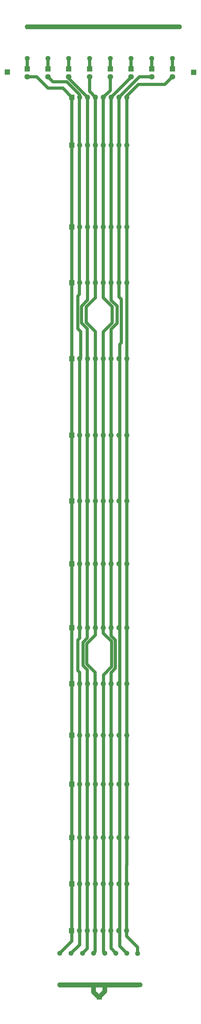
<source format=gbr>
%TF.GenerationSoftware,KiCad,Pcbnew,(5.1.9-0-10_14)*%
%TF.CreationDate,2021-04-22T00:26:26-04:00*%
%TF.ProjectId,bus-board,6275732d-626f-4617-9264-2e6b69636164,rev?*%
%TF.SameCoordinates,Original*%
%TF.FileFunction,Copper,L1,Top*%
%TF.FilePolarity,Positive*%
%FSLAX46Y46*%
G04 Gerber Fmt 4.6, Leading zero omitted, Abs format (unit mm)*
G04 Created by KiCad (PCBNEW (5.1.9-0-10_14)) date 2021-04-22 00:26:26*
%MOMM*%
%LPD*%
G01*
G04 APERTURE LIST*
%TA.AperFunction,ComponentPad*%
%ADD10R,1.700000X1.700000*%
%TD*%
%TA.AperFunction,ComponentPad*%
%ADD11O,1.700000X1.700000*%
%TD*%
%TA.AperFunction,ComponentPad*%
%ADD12O,1.600000X1.600000*%
%TD*%
%TA.AperFunction,ComponentPad*%
%ADD13C,1.600000*%
%TD*%
%TA.AperFunction,ComponentPad*%
%ADD14C,1.800000*%
%TD*%
%TA.AperFunction,ComponentPad*%
%ADD15R,1.800000X1.800000*%
%TD*%
%TA.AperFunction,Conductor*%
%ADD16C,0.250000*%
%TD*%
%TA.AperFunction,Conductor*%
%ADD17C,1.000000*%
%TD*%
%TA.AperFunction,Conductor*%
%ADD18C,1.500000*%
%TD*%
G04 APERTURE END LIST*
D10*
%TO.P,J18,1*%
%TO.N,GND*%
X91795600Y127660400D03*
%TD*%
%TO.P,J17,1*%
%TO.N,GND*%
X151993600Y127609600D03*
%TD*%
D11*
%TO.P,J16,8*%
%TO.N,Net-(D8-Pad2)*%
X130352800Y104089200D03*
%TO.P,J16,7*%
%TO.N,Net-(D7-Pad2)*%
X127812800Y104089200D03*
%TO.P,J16,6*%
%TO.N,Net-(D6-Pad2)*%
X125272800Y104089200D03*
%TO.P,J16,5*%
%TO.N,Net-(D5-Pad2)*%
X122732800Y104089200D03*
%TO.P,J16,4*%
%TO.N,Net-(D4-Pad2)*%
X120192800Y104089200D03*
%TO.P,J16,3*%
%TO.N,Net-(D3-Pad2)*%
X117652800Y104089200D03*
%TO.P,J16,2*%
%TO.N,Net-(D2-Pad2)*%
X115112800Y104089200D03*
D10*
%TO.P,J16,1*%
%TO.N,Net-(D1-Pad2)*%
X112572800Y104089200D03*
%TD*%
D11*
%TO.P,J15,8*%
%TO.N,Net-(D8-Pad2)*%
X130352800Y77774800D03*
%TO.P,J15,7*%
%TO.N,Net-(D7-Pad2)*%
X127812800Y77774800D03*
%TO.P,J15,6*%
%TO.N,Net-(D6-Pad2)*%
X125272800Y77774800D03*
%TO.P,J15,5*%
%TO.N,Net-(D5-Pad2)*%
X122732800Y77774800D03*
%TO.P,J15,4*%
%TO.N,Net-(D4-Pad2)*%
X120192800Y77774800D03*
%TO.P,J15,3*%
%TO.N,Net-(D3-Pad2)*%
X117652800Y77774800D03*
%TO.P,J15,2*%
%TO.N,Net-(D2-Pad2)*%
X115112800Y77774800D03*
D10*
%TO.P,J15,1*%
%TO.N,Net-(D1-Pad2)*%
X112572800Y77774800D03*
%TD*%
D11*
%TO.P,J14,8*%
%TO.N,Net-(D8-Pad2)*%
X130352800Y59842400D03*
%TO.P,J14,7*%
%TO.N,Net-(D7-Pad2)*%
X127812800Y59842400D03*
%TO.P,J14,6*%
%TO.N,Net-(D6-Pad2)*%
X125272800Y59842400D03*
%TO.P,J14,5*%
%TO.N,Net-(D5-Pad2)*%
X122732800Y59842400D03*
%TO.P,J14,4*%
%TO.N,Net-(D4-Pad2)*%
X120192800Y59842400D03*
%TO.P,J14,3*%
%TO.N,Net-(D3-Pad2)*%
X117652800Y59842400D03*
%TO.P,J14,2*%
%TO.N,Net-(D2-Pad2)*%
X115112800Y59842400D03*
D10*
%TO.P,J14,1*%
%TO.N,Net-(D1-Pad2)*%
X112572800Y59842400D03*
%TD*%
D11*
%TO.P,J13,8*%
%TO.N,Net-(D8-Pad2)*%
X130352800Y35356800D03*
%TO.P,J13,7*%
%TO.N,Net-(D7-Pad2)*%
X127812800Y35356800D03*
%TO.P,J13,6*%
%TO.N,Net-(D6-Pad2)*%
X125272800Y35356800D03*
%TO.P,J13,5*%
%TO.N,Net-(D5-Pad2)*%
X122732800Y35356800D03*
%TO.P,J13,4*%
%TO.N,Net-(D4-Pad2)*%
X120192800Y35356800D03*
%TO.P,J13,3*%
%TO.N,Net-(D3-Pad2)*%
X117652800Y35356800D03*
%TO.P,J13,2*%
%TO.N,Net-(D2-Pad2)*%
X115112800Y35356800D03*
D10*
%TO.P,J13,1*%
%TO.N,Net-(D1-Pad2)*%
X112572800Y35356800D03*
%TD*%
D12*
%TO.P,R16,2*%
%TO.N,GND*%
X145135600Y142240000D03*
D13*
%TO.P,R16,1*%
%TO.N,Net-(D8-Pad1)*%
X145135600Y132080000D03*
%TD*%
D12*
%TO.P,R15,2*%
%TO.N,GND*%
X138379200Y142240000D03*
D13*
%TO.P,R15,1*%
%TO.N,Net-(D7-Pad1)*%
X138379200Y132080000D03*
%TD*%
D12*
%TO.P,R14,2*%
%TO.N,GND*%
X131724400Y142189200D03*
D13*
%TO.P,R14,1*%
%TO.N,Net-(D6-Pad1)*%
X131724400Y132029200D03*
%TD*%
D12*
%TO.P,R13,2*%
%TO.N,GND*%
X125018800Y142189200D03*
D13*
%TO.P,R13,1*%
%TO.N,Net-(D5-Pad1)*%
X125018800Y132029200D03*
%TD*%
D12*
%TO.P,R12,2*%
%TO.N,GND*%
X118313200Y142189200D03*
D13*
%TO.P,R12,1*%
%TO.N,Net-(D4-Pad1)*%
X118313200Y132029200D03*
%TD*%
D12*
%TO.P,R11,2*%
%TO.N,GND*%
X111607600Y142189200D03*
D13*
%TO.P,R11,1*%
%TO.N,Net-(D3-Pad1)*%
X111607600Y132029200D03*
%TD*%
D12*
%TO.P,R10,2*%
%TO.N,GND*%
X104902000Y142240000D03*
D13*
%TO.P,R10,1*%
%TO.N,Net-(D2-Pad1)*%
X104902000Y132080000D03*
%TD*%
D12*
%TO.P,R9,2*%
%TO.N,GND*%
X98196400Y142240000D03*
D13*
%TO.P,R9,1*%
%TO.N,Net-(D1-Pad1)*%
X98196400Y132080000D03*
%TD*%
D14*
%TO.P,D8,2*%
%TO.N,Net-(D8-Pad2)*%
X145135600Y126136400D03*
D15*
%TO.P,D8,1*%
%TO.N,Net-(D8-Pad1)*%
X145135600Y128676400D03*
%TD*%
D14*
%TO.P,D7,2*%
%TO.N,Net-(D7-Pad2)*%
X138430000Y126136400D03*
D15*
%TO.P,D7,1*%
%TO.N,Net-(D7-Pad1)*%
X138430000Y128676400D03*
%TD*%
D14*
%TO.P,D6,2*%
%TO.N,Net-(D6-Pad2)*%
X131724400Y126136400D03*
D15*
%TO.P,D6,1*%
%TO.N,Net-(D6-Pad1)*%
X131724400Y128676400D03*
%TD*%
D14*
%TO.P,D5,2*%
%TO.N,Net-(D5-Pad2)*%
X125018800Y126136400D03*
D15*
%TO.P,D5,1*%
%TO.N,Net-(D5-Pad1)*%
X125018800Y128676400D03*
%TD*%
D14*
%TO.P,D4,2*%
%TO.N,Net-(D4-Pad2)*%
X118313200Y126136400D03*
D15*
%TO.P,D4,1*%
%TO.N,Net-(D4-Pad1)*%
X118313200Y128676400D03*
%TD*%
D14*
%TO.P,D3,2*%
%TO.N,Net-(D3-Pad2)*%
X111607600Y126136400D03*
D15*
%TO.P,D3,1*%
%TO.N,Net-(D3-Pad1)*%
X111607600Y128676400D03*
%TD*%
D14*
%TO.P,D2,2*%
%TO.N,Net-(D2-Pad2)*%
X104902000Y126136400D03*
D15*
%TO.P,D2,1*%
%TO.N,Net-(D2-Pad1)*%
X104902000Y128676400D03*
%TD*%
D14*
%TO.P,D1,2*%
%TO.N,Net-(D1-Pad2)*%
X98196400Y126136400D03*
D15*
%TO.P,D1,1*%
%TO.N,Net-(D1-Pad1)*%
X98196400Y128676400D03*
%TD*%
D11*
%TO.P,J12,8*%
%TO.N,Net-(D8-Pad2)*%
X130403600Y10718800D03*
%TO.P,J12,7*%
%TO.N,Net-(D7-Pad2)*%
X127863600Y10718800D03*
%TO.P,J12,6*%
%TO.N,Net-(D6-Pad2)*%
X125323600Y10718800D03*
%TO.P,J12,5*%
%TO.N,Net-(D5-Pad2)*%
X122783600Y10718800D03*
%TO.P,J12,4*%
%TO.N,Net-(D4-Pad2)*%
X120243600Y10718800D03*
%TO.P,J12,3*%
%TO.N,Net-(D3-Pad2)*%
X117703600Y10718800D03*
%TO.P,J12,2*%
%TO.N,Net-(D2-Pad2)*%
X115163600Y10718800D03*
D10*
%TO.P,J12,1*%
%TO.N,Net-(D1-Pad2)*%
X112623600Y10718800D03*
%TD*%
%TO.P,J11,1*%
%TO.N,GND*%
X121462800Y-170129200D03*
%TD*%
D12*
%TO.P,R8,2*%
%TO.N,GND*%
X133858000Y-166268400D03*
D13*
%TO.P,R8,1*%
%TO.N,Net-(D8-Pad2)*%
X133858000Y-156108400D03*
%TD*%
D12*
%TO.P,R7,2*%
%TO.N,GND*%
X130352800Y-166217600D03*
D13*
%TO.P,R7,1*%
%TO.N,Net-(D7-Pad2)*%
X130352800Y-156057600D03*
%TD*%
D12*
%TO.P,R6,2*%
%TO.N,GND*%
X126847600Y-166217600D03*
D13*
%TO.P,R6,1*%
%TO.N,Net-(D6-Pad2)*%
X126847600Y-156057600D03*
%TD*%
D12*
%TO.P,R5,2*%
%TO.N,GND*%
X123240800Y-166217600D03*
D13*
%TO.P,R5,1*%
%TO.N,Net-(D5-Pad2)*%
X123240800Y-156057600D03*
%TD*%
D12*
%TO.P,R4,2*%
%TO.N,GND*%
X119634000Y-166217600D03*
D13*
%TO.P,R4,1*%
%TO.N,Net-(D4-Pad2)*%
X119634000Y-156057600D03*
%TD*%
D12*
%TO.P,R3,2*%
%TO.N,GND*%
X116027200Y-166217600D03*
D13*
%TO.P,R3,1*%
%TO.N,Net-(D3-Pad2)*%
X116027200Y-156057600D03*
%TD*%
D12*
%TO.P,R2,2*%
%TO.N,GND*%
X112369600Y-166217600D03*
D13*
%TO.P,R2,1*%
%TO.N,Net-(D2-Pad2)*%
X112369600Y-156057600D03*
%TD*%
D12*
%TO.P,R1,2*%
%TO.N,GND*%
X108712000Y-166217600D03*
D13*
%TO.P,R1,1*%
%TO.N,Net-(D1-Pad2)*%
X108712000Y-156057600D03*
%TD*%
D11*
%TO.P,J10,8*%
%TO.N,Net-(D8-Pad2)*%
X130403600Y-133705600D03*
%TO.P,J10,7*%
%TO.N,Net-(D7-Pad2)*%
X127863600Y-133705600D03*
%TO.P,J10,6*%
%TO.N,Net-(D6-Pad2)*%
X125323600Y-133705600D03*
%TO.P,J10,5*%
%TO.N,Net-(D5-Pad2)*%
X122783600Y-133705600D03*
%TO.P,J10,4*%
%TO.N,Net-(D4-Pad2)*%
X120243600Y-133705600D03*
%TO.P,J10,3*%
%TO.N,Net-(D3-Pad2)*%
X117703600Y-133705600D03*
%TO.P,J10,2*%
%TO.N,Net-(D2-Pad2)*%
X115163600Y-133705600D03*
D10*
%TO.P,J10,1*%
%TO.N,Net-(D1-Pad2)*%
X112623600Y-133705600D03*
%TD*%
D11*
%TO.P,J9,8*%
%TO.N,Net-(D8-Pad2)*%
X130302000Y-148742400D03*
%TO.P,J9,7*%
%TO.N,Net-(D7-Pad2)*%
X127762000Y-148742400D03*
%TO.P,J9,6*%
%TO.N,Net-(D6-Pad2)*%
X125222000Y-148742400D03*
%TO.P,J9,5*%
%TO.N,Net-(D5-Pad2)*%
X122682000Y-148742400D03*
%TO.P,J9,4*%
%TO.N,Net-(D4-Pad2)*%
X120142000Y-148742400D03*
%TO.P,J9,3*%
%TO.N,Net-(D3-Pad2)*%
X117602000Y-148742400D03*
%TO.P,J9,2*%
%TO.N,Net-(D2-Pad2)*%
X115062000Y-148742400D03*
D10*
%TO.P,J9,1*%
%TO.N,Net-(D1-Pad2)*%
X112522000Y-148742400D03*
%TD*%
D11*
%TO.P,J8,8*%
%TO.N,Net-(D8-Pad2)*%
X130403600Y-85902800D03*
%TO.P,J8,7*%
%TO.N,Net-(D7-Pad2)*%
X127863600Y-85902800D03*
%TO.P,J8,6*%
%TO.N,Net-(D6-Pad2)*%
X125323600Y-85902800D03*
%TO.P,J8,5*%
%TO.N,Net-(D5-Pad2)*%
X122783600Y-85902800D03*
%TO.P,J8,4*%
%TO.N,Net-(D4-Pad2)*%
X120243600Y-85902800D03*
%TO.P,J8,3*%
%TO.N,Net-(D3-Pad2)*%
X117703600Y-85902800D03*
%TO.P,J8,2*%
%TO.N,Net-(D2-Pad2)*%
X115163600Y-85902800D03*
D10*
%TO.P,J8,1*%
%TO.N,Net-(D1-Pad2)*%
X112623600Y-85902800D03*
%TD*%
D11*
%TO.P,J7,8*%
%TO.N,Net-(D8-Pad2)*%
X130403600Y-101650800D03*
%TO.P,J7,7*%
%TO.N,Net-(D7-Pad2)*%
X127863600Y-101650800D03*
%TO.P,J7,6*%
%TO.N,Net-(D6-Pad2)*%
X125323600Y-101650800D03*
%TO.P,J7,5*%
%TO.N,Net-(D5-Pad2)*%
X122783600Y-101650800D03*
%TO.P,J7,4*%
%TO.N,Net-(D4-Pad2)*%
X120243600Y-101650800D03*
%TO.P,J7,3*%
%TO.N,Net-(D3-Pad2)*%
X117703600Y-101650800D03*
%TO.P,J7,2*%
%TO.N,Net-(D2-Pad2)*%
X115163600Y-101650800D03*
D10*
%TO.P,J7,1*%
%TO.N,Net-(D1-Pad2)*%
X112623600Y-101650800D03*
%TD*%
D11*
%TO.P,J6,8*%
%TO.N,Net-(D8-Pad2)*%
X130352800Y-69291200D03*
%TO.P,J6,7*%
%TO.N,Net-(D7-Pad2)*%
X127812800Y-69291200D03*
%TO.P,J6,6*%
%TO.N,Net-(D6-Pad2)*%
X125272800Y-69291200D03*
%TO.P,J6,5*%
%TO.N,Net-(D5-Pad2)*%
X122732800Y-69291200D03*
%TO.P,J6,4*%
%TO.N,Net-(D4-Pad2)*%
X120192800Y-69291200D03*
%TO.P,J6,3*%
%TO.N,Net-(D3-Pad2)*%
X117652800Y-69291200D03*
%TO.P,J6,2*%
%TO.N,Net-(D2-Pad2)*%
X115112800Y-69291200D03*
D10*
%TO.P,J6,1*%
%TO.N,Net-(D1-Pad2)*%
X112572800Y-69291200D03*
%TD*%
D11*
%TO.P,J5,8*%
%TO.N,Net-(D8-Pad2)*%
X130403600Y-51206400D03*
%TO.P,J5,7*%
%TO.N,Net-(D7-Pad2)*%
X127863600Y-51206400D03*
%TO.P,J5,6*%
%TO.N,Net-(D6-Pad2)*%
X125323600Y-51206400D03*
%TO.P,J5,5*%
%TO.N,Net-(D5-Pad2)*%
X122783600Y-51206400D03*
%TO.P,J5,4*%
%TO.N,Net-(D4-Pad2)*%
X120243600Y-51206400D03*
%TO.P,J5,3*%
%TO.N,Net-(D3-Pad2)*%
X117703600Y-51206400D03*
%TO.P,J5,2*%
%TO.N,Net-(D2-Pad2)*%
X115163600Y-51206400D03*
D10*
%TO.P,J5,1*%
%TO.N,Net-(D1-Pad2)*%
X112623600Y-51206400D03*
%TD*%
D11*
%TO.P,J4,8*%
%TO.N,Net-(D8-Pad2)*%
X130352800Y-30683200D03*
%TO.P,J4,7*%
%TO.N,Net-(D7-Pad2)*%
X127812800Y-30683200D03*
%TO.P,J4,6*%
%TO.N,Net-(D6-Pad2)*%
X125272800Y-30683200D03*
%TO.P,J4,5*%
%TO.N,Net-(D5-Pad2)*%
X122732800Y-30683200D03*
%TO.P,J4,4*%
%TO.N,Net-(D4-Pad2)*%
X120192800Y-30683200D03*
%TO.P,J4,3*%
%TO.N,Net-(D3-Pad2)*%
X117652800Y-30683200D03*
%TO.P,J4,2*%
%TO.N,Net-(D2-Pad2)*%
X115112800Y-30683200D03*
D10*
%TO.P,J4,1*%
%TO.N,Net-(D1-Pad2)*%
X112572800Y-30683200D03*
%TD*%
D11*
%TO.P,J3,8*%
%TO.N,Net-(D8-Pad2)*%
X130403600Y-10414000D03*
%TO.P,J3,7*%
%TO.N,Net-(D7-Pad2)*%
X127863600Y-10414000D03*
%TO.P,J3,6*%
%TO.N,Net-(D6-Pad2)*%
X125323600Y-10414000D03*
%TO.P,J3,5*%
%TO.N,Net-(D5-Pad2)*%
X122783600Y-10414000D03*
%TO.P,J3,4*%
%TO.N,Net-(D4-Pad2)*%
X120243600Y-10414000D03*
%TO.P,J3,3*%
%TO.N,Net-(D3-Pad2)*%
X117703600Y-10414000D03*
%TO.P,J3,2*%
%TO.N,Net-(D2-Pad2)*%
X115163600Y-10414000D03*
D10*
%TO.P,J3,1*%
%TO.N,Net-(D1-Pad2)*%
X112623600Y-10414000D03*
%TD*%
D11*
%TO.P,J2,8*%
%TO.N,Net-(D8-Pad2)*%
X130403600Y119532400D03*
%TO.P,J2,7*%
%TO.N,Net-(D7-Pad2)*%
X127863600Y119532400D03*
%TO.P,J2,6*%
%TO.N,Net-(D6-Pad2)*%
X125323600Y119532400D03*
%TO.P,J2,5*%
%TO.N,Net-(D5-Pad2)*%
X122783600Y119532400D03*
%TO.P,J2,4*%
%TO.N,Net-(D4-Pad2)*%
X120243600Y119532400D03*
%TO.P,J2,3*%
%TO.N,Net-(D3-Pad2)*%
X117703600Y119532400D03*
%TO.P,J2,2*%
%TO.N,Net-(D2-Pad2)*%
X115163600Y119532400D03*
D10*
%TO.P,J2,1*%
%TO.N,Net-(D1-Pad2)*%
X112623600Y119532400D03*
%TD*%
D11*
%TO.P,J1,8*%
%TO.N,Net-(D8-Pad2)*%
X130352800Y-118770400D03*
%TO.P,J1,7*%
%TO.N,Net-(D7-Pad2)*%
X127812800Y-118770400D03*
%TO.P,J1,6*%
%TO.N,Net-(D6-Pad2)*%
X125272800Y-118770400D03*
%TO.P,J1,5*%
%TO.N,Net-(D5-Pad2)*%
X122732800Y-118770400D03*
%TO.P,J1,4*%
%TO.N,Net-(D4-Pad2)*%
X120192800Y-118770400D03*
%TO.P,J1,3*%
%TO.N,Net-(D3-Pad2)*%
X117652800Y-118770400D03*
%TO.P,J1,2*%
%TO.N,Net-(D2-Pad2)*%
X115112800Y-118770400D03*
D10*
%TO.P,J1,1*%
%TO.N,Net-(D1-Pad2)*%
X112572800Y-118770400D03*
%TD*%
D16*
%TO.N,Net-(D8-Pad2)*%
X130302000Y-127711200D02*
X130352800Y-127660400D01*
D17*
X130302000Y-150520400D02*
X130302000Y-127711200D01*
X133858000Y-154076400D02*
X130302000Y-150520400D01*
X133858000Y-156108400D02*
X133858000Y-154076400D01*
%TO.N,Net-(D6-Pad2)*%
X125323600Y119388002D02*
X125323600Y119532400D01*
X125272800Y119337202D02*
X125323600Y119388002D01*
D16*
%TO.N,GND*%
X108762800Y-166268400D02*
X108712000Y-166217600D01*
D18*
X133858000Y-166268400D02*
X108762800Y-166268400D01*
X123240800Y-168351200D02*
X121462800Y-170129200D01*
X123240800Y-166217600D02*
X123240800Y-168351200D01*
D16*
X121462800Y-170129200D02*
X121208800Y-170129200D01*
D18*
X119634000Y-168554400D02*
X119634000Y-166217600D01*
X121208800Y-170129200D02*
X119634000Y-168554400D01*
X98196400Y142240000D02*
X145135600Y142240000D01*
X145135600Y142240000D02*
X147370800Y142240000D01*
X134709252Y-166217600D02*
X108712000Y-166217600D01*
X98196400Y142240000D02*
X138671652Y142240000D01*
D17*
%TO.N,Net-(D1-Pad2)*%
X98196400Y126136400D02*
X101244400Y126136400D01*
X101244400Y126136400D02*
X104902000Y122478800D01*
X109677200Y122478800D02*
X112623600Y119532400D01*
X104902000Y122478800D02*
X109677200Y122478800D01*
X112623600Y-152146000D02*
X108712000Y-156057600D01*
X112623600Y119532400D02*
X112623600Y-152146000D01*
%TO.N,Net-(D1-Pad1)*%
X98196400Y132080000D02*
X98196400Y128676400D01*
%TO.N,Net-(D2-Pad2)*%
X104902000Y126136400D02*
X106502001Y124536399D01*
X106502001Y124536399D02*
X111002530Y124536399D01*
X111002530Y124536399D02*
X115163600Y120375330D01*
X115163600Y120375330D02*
X115163600Y119532400D01*
X115062000Y119430800D02*
X115163600Y119532400D01*
X115468400Y44081978D02*
X114522389Y45027989D01*
X114522389Y55543589D02*
X115062000Y56083200D01*
X115062000Y56083200D02*
X115062000Y119430800D01*
X115163600Y-54610000D02*
X115163600Y35407600D01*
X115468400Y35712400D02*
X115468400Y44081978D01*
X114522389Y-55251211D02*
X115163600Y-54610000D01*
X114522389Y-65055611D02*
X114522389Y-55251211D01*
X114522389Y45027989D02*
X114522389Y55543589D01*
X115112800Y-65646022D02*
X114522389Y-65055611D01*
X115112800Y-153314400D02*
X115112800Y-65646022D01*
X115163600Y35407600D02*
X115468400Y35712400D01*
X112369600Y-156057600D02*
X115112800Y-153314400D01*
%TO.N,Net-(D2-Pad1)*%
X104902000Y128676400D02*
X104902000Y132080000D01*
%TO.N,Net-(D3-Pad2)*%
X111607600Y126136400D02*
X111607600Y125628400D01*
X111607600Y125628400D02*
X117703600Y119532400D01*
X117551200Y-64765827D02*
X117551200Y-154533600D01*
X116198789Y-63413416D02*
X117551200Y-64765827D01*
X116198789Y-55941740D02*
X116198789Y-63413416D01*
X117602000Y-54538529D02*
X116198789Y-55941740D01*
X115722400Y52243070D02*
X115722400Y46918529D01*
X117551200Y-154533600D02*
X116027200Y-156057600D01*
X117602000Y45038929D02*
X117602000Y-54538529D01*
X115722400Y46918529D02*
X117602000Y45038929D01*
X117703600Y54224270D02*
X115722400Y52243070D01*
X117703600Y119532400D02*
X117703600Y54224270D01*
%TO.N,Net-(D3-Pad1)*%
X111607600Y132029200D02*
X111607600Y128676400D01*
%TO.N,Net-(D4-Pad2)*%
X118313200Y121462800D02*
X120243600Y119532400D01*
X118313200Y126136400D02*
X118313200Y121462800D01*
X120243600Y54914800D02*
X120243600Y119532400D01*
X117246400Y52070000D02*
X120091200Y54914800D01*
X117398800Y-62916356D02*
X117398800Y-56438800D01*
X120142000Y-155549600D02*
X120142000Y-65659556D01*
X120091200Y54914800D02*
X120243600Y54914800D01*
X120243600Y44094400D02*
X117246400Y47091600D01*
X120142000Y-65659556D02*
X117398800Y-62916356D01*
X120243600Y-53594000D02*
X120243600Y44094400D01*
X119634000Y-156057600D02*
X120142000Y-155549600D01*
X117398800Y-56438800D02*
X120243600Y-53594000D01*
X117246400Y47091600D02*
X117246400Y52070000D01*
%TO.N,Net-(D4-Pad1)*%
X118313200Y132029200D02*
X118313200Y128676400D01*
%TO.N,Net-(D5-Pad2)*%
X125018800Y121767600D02*
X122783600Y119532400D01*
X125018800Y126136400D02*
X125018800Y121767600D01*
X122834400Y-155651200D02*
X123240800Y-156057600D01*
X122834400Y-66446400D02*
X122834400Y-155651200D01*
X125476000Y-55676800D02*
X125476000Y-63804800D01*
X125628400Y46888400D02*
X122783600Y44043600D01*
X125628400Y52171600D02*
X125628400Y46888400D01*
X122783600Y44043600D02*
X122783600Y-52984400D01*
X125476000Y-63804800D02*
X122834400Y-66446400D01*
X122783600Y119532400D02*
X122783600Y55016400D01*
X122783600Y-52984400D02*
X125476000Y-55676800D01*
X122783600Y55016400D02*
X125628400Y52171600D01*
%TO.N,Net-(D5-Pad1)*%
X125018800Y128676400D02*
X125018800Y132029200D01*
%TO.N,Net-(D6-Pad2)*%
X131724400Y125933200D02*
X125323600Y119532400D01*
X131724400Y126136400D02*
X131724400Y125933200D01*
X127203200Y52293870D02*
X125323600Y54173470D01*
X127203200Y46766130D02*
X127203200Y52293870D01*
X125323600Y44886530D02*
X127203200Y46766130D01*
X125323600Y-53827330D02*
X125323600Y44886530D01*
X125323600Y54173470D02*
X125323600Y119532400D01*
X126676011Y-64301860D02*
X126676011Y-55179740D01*
X125272800Y-65705070D02*
X126676011Y-64301860D01*
X126847600Y-156057600D02*
X125272800Y-154482800D01*
X126676011Y-55179740D02*
X125323600Y-53827330D01*
X125272800Y-154482800D02*
X125272800Y-65705070D01*
%TO.N,Net-(D6-Pad1)*%
X131724400Y132029200D02*
X131724400Y128676400D01*
%TO.N,Net-(D7-Pad2)*%
X138430000Y126136400D02*
X134467600Y126136400D01*
X134467600Y126136400D02*
X127863600Y119532400D01*
X128066800Y-153771600D02*
X130352800Y-156057600D01*
X128066800Y39979600D02*
X128066800Y-153771600D01*
X128625600Y54481198D02*
X128625600Y40538400D01*
X127812800Y55293998D02*
X128625600Y54481198D01*
X127812800Y119481600D02*
X127812800Y55293998D01*
X128625600Y40538400D02*
X128066800Y39979600D01*
X127863600Y119532400D02*
X127812800Y119481600D01*
%TO.N,Net-(D7-Pad1)*%
X138430000Y132029200D02*
X138379200Y132080000D01*
X138430000Y128676400D02*
X138430000Y132029200D01*
%TO.N,Net-(D8-Pad2)*%
X145135600Y126136400D02*
X142646400Y123647200D01*
X142646400Y123647200D02*
X134112000Y123647200D01*
X130403600Y119938800D02*
X130403600Y119532400D01*
X134112000Y123647200D02*
X130403600Y119938800D01*
X130352800Y119481600D02*
X130403600Y119532400D01*
X130352800Y-127660400D02*
X130352800Y119481600D01*
%TO.N,Net-(D8-Pad1)*%
X145135600Y132080000D02*
X145135600Y128676400D01*
%TD*%
M02*

</source>
